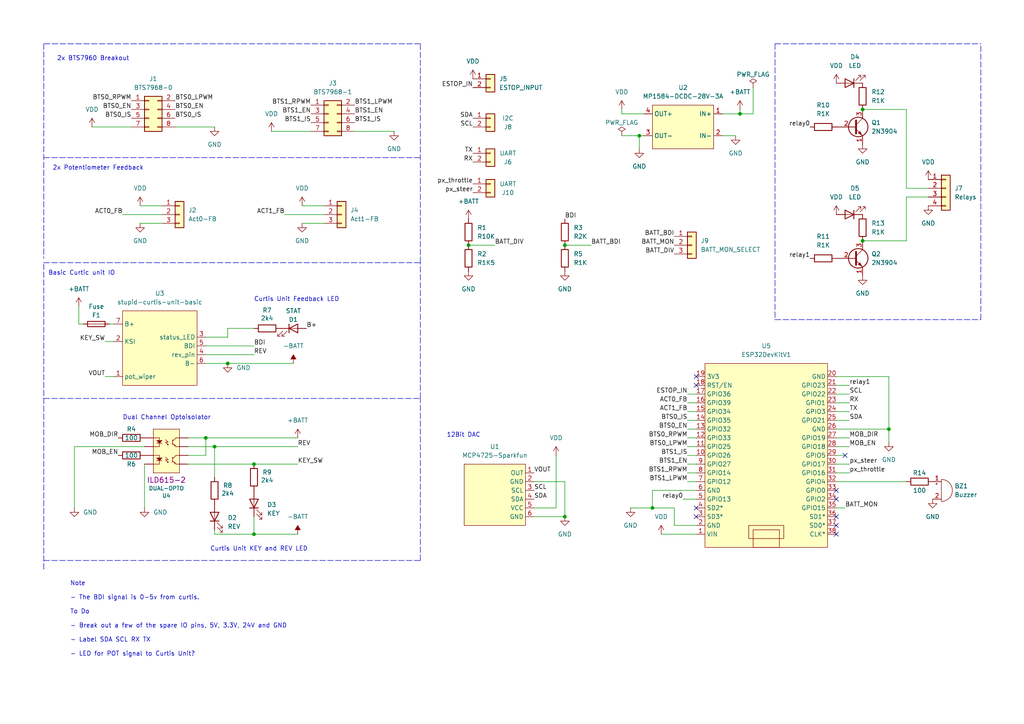
<source format=kicad_sch>
(kicad_sch (version 20211123) (generator eeschema)
  (paper "A4")
  (title_block (title "stupid-mobility-adapter-v3 ") (date "2022-03-08") (rev "3"))
  (lib_symbols
    (symbol "Connector_Generic:Conn_01x02" (pin_names (offset 1.016) hide)
      (property "Reference" "J" (at 0 2.54 0))
      (property "Value" "Conn_01x02" (at 0 -5.08 0))
      (symbol "Conn_01x02_1_1"
        (rectangle (start -1.27 -2.413) (end 0 -2.667) (stroke (width 0.1524)))
        (rectangle (start -1.27 0.127) (end 0 -0.127) (stroke (width 0.1524)))
        (rectangle (start -1.27 1.27) (end 1.27 -3.81) (stroke (width 0.254)) (fill (type background)))
        (pin passive line (at -5.08 0 0) (length 3.81) (name "Pin_1") (number "1"))
        (pin passive line (at -5.08 -2.54 0) (length 3.81) (name "Pin_2") (number "2"))
      )
    )
    (symbol "Connector_Generic:Conn_01x03" (pin_names (offset 1.016) hide)
      (property "Reference" "J" (at 0 5.08 0))
      (property "Value" "Conn_01x03" (at 0 -5.08 0))
      (symbol "Conn_01x03_1_1"
        (rectangle (start -1.27 -2.413) (end 0 -2.667) (stroke (width 0.1524)))
        (rectangle (start -1.27 0.127) (end 0 -0.127) (stroke (width 0.1524)))
        (rectangle (start -1.27 2.667) (end 0 2.413) (stroke (width 0.1524)))
        (rectangle (start -1.27 3.81) (end 1.27 -3.81) (stroke (width 0.254)) (fill (type background)))
        (pin passive line (at -5.08 2.54 0) (length 3.81) (name "Pin_1") (number "1"))
        (pin passive line (at -5.08 0 0) (length 3.81) (name "Pin_2") (number "2"))
        (pin passive line (at -5.08 -2.54 0) (length 3.81) (name "Pin_3") (number "3"))
      )
    )
    (symbol "Connector_Generic:Conn_01x04" (pin_names (offset 1.016) hide)
      (property "Reference" "J" (at 0 5.08 0))
      (property "Value" "Conn_01x04" (at 0 -7.62 0))
      (symbol "Conn_01x04_1_1"
        (rectangle (start -1.27 -4.953) (end 0 -5.207) (stroke (width 0.1524)))
        (rectangle (start -1.27 -2.413) (end 0 -2.667) (stroke (width 0.1524)))
        (rectangle (start -1.27 0.127) (end 0 -0.127) (stroke (width 0.1524)))
        (rectangle (start -1.27 2.667) (end 0 2.413) (stroke (width 0.1524)))
        (rectangle (start -1.27 3.81) (end 1.27 -6.35) (stroke (width 0.254)) (fill (type background)))
        (pin passive line (at -5.08 2.54 0) (length 3.81) (name "Pin_1") (number "1"))
        (pin passive line (at -5.08 0 0) (length 3.81) (name "Pin_2") (number "2"))
        (pin passive line (at -5.08 -2.54 0) (length 3.81) (name "Pin_3") (number "3"))
        (pin passive line (at -5.08 -5.08 0) (length 3.81) (name "Pin_4") (number "4"))
      )
    )
    (symbol "Connector_Generic:Conn_02x04_Odd_Even" (pin_names (offset 1.016) hide)
      (property "Reference" "J" (at 1.27 5.08 0))
      (property "Value" "Conn_02x04_Odd_Even" (at 1.27 -7.62 0))
      (symbol "Conn_02x04_Odd_Even_1_1"
        (rectangle (start -1.27 -4.953) (end 0 -5.207) (stroke (width 0.1524)))
        (rectangle (start -1.27 -2.413) (end 0 -2.667) (stroke (width 0.1524)))
        (rectangle (start -1.27 0.127) (end 0 -0.127) (stroke (width 0.1524)))
        (rectangle (start -1.27 2.667) (end 0 2.413) (stroke (width 0.1524)))
        (rectangle (start -1.27 3.81) (end 3.81 -6.35) (stroke (width 0.254)) (fill (type background)))
        (rectangle (start 3.81 -4.953) (end 2.54 -5.207) (stroke (width 0.1524)))
        (rectangle (start 3.81 -2.413) (end 2.54 -2.667) (stroke (width 0.1524)))
        (rectangle (start 3.81 0.127) (end 2.54 -0.127) (stroke (width 0.1524)))
        (rectangle (start 3.81 2.667) (end 2.54 2.413) (stroke (width 0.1524)))
        (pin passive line (at -5.08 2.54 0) (length 3.81) (name "Pin_1") (number "1"))
        (pin passive line (at 7.62 2.54 180) (length 3.81) (name "Pin_2") (number "2"))
        (pin passive line (at -5.08 0 0) (length 3.81) (name "Pin_3") (number "3"))
        (pin passive line (at 7.62 0 180) (length 3.81) (name "Pin_4") (number "4"))
        (pin passive line (at -5.08 -2.54 0) (length 3.81) (name "Pin_5") (number "5"))
        (pin passive line (at 7.62 -2.54 180) (length 3.81) (name "Pin_6") (number "6"))
        (pin passive line (at -5.08 -5.08 0) (length 3.81) (name "Pin_7") (number "7"))
        (pin passive line (at 7.62 -5.08 180) (length 3.81) (name "Pin_8") (number "8"))
      )
    )
    (symbol "Device:Buzzer" (pin_names (offset 0.0254) hide)
      (property "Reference" "BZ" (at 3.81 1.27 0))
      (property "Value" "Buzzer" (at 3.81 -1.27 0))
      (symbol "Buzzer_0_1"
        (arc (start 0 -3.175) (mid 3.175 0) (end 0 3.175))
        (polyline (pts (xy -1.651 1.905) (xy -1.143 1.905)))
        (polyline (pts (xy -1.397 2.159) (xy -1.397 1.651)))
        (polyline (pts (xy 0 3.175) (xy 0 -3.175)))
      )
      (symbol "Buzzer_1_1"
        (pin passive line (at -2.54 2.54 0) (length 2.54) (name "-") (number "1"))
        (pin passive line (at -2.54 -2.54 0) (length 2.54) (name "+") (number "2"))
      )
    )
    (symbol "Device:Fuse" (pin_numbers hide) (pin_names (offset 0))
      (property "Reference" "F" (at 2.032 0 90))
      (property "Value" "Fuse" (at -1.905 0 90))
      (symbol "Fuse_0_1"
        (rectangle (start -0.762 -2.54) (end 0.762 2.54) (stroke (width 0.254)))
        (polyline (pts (xy 0 2.54) (xy 0 -2.54)))
      )
      (symbol "Fuse_1_1"
        (pin passive line (at 0 3.81 270) (length 1.27) (name "~") (number "1"))
        (pin passive line (at 0 -3.81 90) (length 1.27) (name "~") (number "2"))
      )
    )
    (symbol "Device:LED" (pin_numbers hide) (pin_names (offset 1.016) hide)
      (property "Reference" "D" (at 0 2.54 0))
      (property "Value" "LED" (at 0 -2.54 0))
      (symbol "LED_0_1"
        (polyline (pts (xy -1.27 -1.27) (xy -1.27 1.27)) (stroke (width 0.254)))
        (polyline (pts (xy -1.27 0) (xy 1.27 0)))
        (polyline (pts (xy 1.27 -1.27) (xy 1.27 1.27) (xy -1.27 0) (xy 1.27 -1.27)) (stroke (width 0.254)))
        (polyline (pts (xy -3.048 -0.762) (xy -4.572 -2.286) (xy -3.81 -2.286) (xy -4.572 -2.286) (xy -4.572 -1.524)))
        (polyline (pts (xy -1.778 -0.762) (xy -3.302 -2.286) (xy -2.54 -2.286) (xy -3.302 -2.286) (xy -3.302 -1.524)))
      )
      (symbol "LED_1_1"
        (pin passive line (at -3.81 0 0) (length 2.54) (name "K") (number "1"))
        (pin passive line (at 3.81 0 180) (length 2.54) (name "A") (number "2"))
      )
    )
    (symbol "Device:R" (pin_numbers hide) (pin_names (offset 0))
      (property "Reference" "R" (at 2.032 0 90))
      (property "Value" "R" (at 0 0 90))
      (symbol "R_0_1"
        (rectangle (start -1.016 -2.54) (end 1.016 2.54) (stroke (width 0.254)))
      )
      (symbol "R_1_1"
        (pin passive line (at 0 3.81 270) (length 1.27) (name "~") (number "1"))
        (pin passive line (at 0 -3.81 90) (length 1.27) (name "~") (number "2"))
      )
    )
    (symbol "SparkFun-DiscreteSemi:DUAL-OPTOISOLATOR_SOIC8" (pin_numbers hide) (pin_names (offset 1.016) hide)
      (property "Reference" "U" (at -5.08 8.89 0))
      (property "Value" "SparkFun-DiscreteSemi_DUAL-OPTOISOLATOR_SOIC8" (at -5.08 -7.62 0))
      (property "Field4" "IC-09076" (at 0 12.7 0))
      (symbol "DUAL-OPTOISOLATOR_SOIC8_1_0"
        (polyline (pts (xy -5.08 0) (xy -3.302 0)))
        (polyline (pts (xy -5.08 5.08) (xy -3.302 5.08)))
        (polyline (pts (xy -3.302 -2.54) (xy -5.08 -2.54)))
        (polyline (pts (xy -3.302 -1.524) (xy -4.064 -1.524)))
        (polyline (pts (xy -3.302 -1.524) (xy -3.302 -2.54)))
        (polyline (pts (xy -3.302 0) (xy -3.302 -0.762)))
        (polyline (pts (xy -3.302 2.54) (xy -5.08 2.54)))
        (polyline (pts (xy -3.302 3.556) (xy -4.064 3.556)))
        (polyline (pts (xy -3.302 3.556) (xy -3.302 2.54)))
        (polyline (pts (xy -3.302 5.08) (xy -3.302 4.318)))
        (polyline (pts (xy -2.54 -1.524) (xy -3.302 -1.524)))
        (polyline (pts (xy -2.54 3.556) (xy -3.302 3.556)))
        (polyline (pts (xy -1.524 -1.27) (xy -0.762 -2.032)))
        (polyline (pts (xy -1.524 -0.508) (xy -0.762 -1.27)))
        (polyline (pts (xy -1.524 3.81) (xy -0.762 3.048)))
        (polyline (pts (xy -1.524 4.572) (xy -0.762 3.81)))
        (polyline (pts (xy -0.762 -1.27) (xy -1.524 -1.27)))
        (polyline (pts (xy -0.762 3.81) (xy -1.524 3.81)))
        (polyline (pts (xy 0.508 -1.778) (xy 0.508 -2.032)))
        (polyline (pts (xy 0.508 -1.778) (xy 0.762 -1.778)))
        (polyline (pts (xy 0.508 -0.762) (xy 0.508 -1.778)))
        (polyline (pts (xy 0.508 -0.762) (xy 0.762 -0.762)))
        (polyline (pts (xy 0.508 -0.508) (xy 0.508 -0.762)))
        (polyline (pts (xy 0.508 3.302) (xy 0.508 3.048)))
        (polyline (pts (xy 0.508 3.302) (xy 0.762 3.302)))
        (polyline (pts (xy 0.508 4.318) (xy 0.508 3.302)))
        (polyline (pts (xy 0.508 4.318) (xy 0.762 4.318)))
        (polyline (pts (xy 0.508 4.572) (xy 0.508 4.318)))
        (polyline (pts (xy 0.762 -1.778) (xy 1.27 -2.286)))
        (polyline (pts (xy 0.762 -0.762) (xy 1.524 0)))
        (polyline (pts (xy 0.762 3.302) (xy 1.27 2.794)))
        (polyline (pts (xy 0.762 4.318) (xy 1.524 5.08)))
        (polyline (pts (xy 1.27 -2.286) (xy 1.524 -2.54)))
        (polyline (pts (xy 1.27 2.794) (xy 1.524 2.54)))
        (polyline (pts (xy 1.524 -2.54) (xy 2.54 -2.54)))
        (polyline (pts (xy 1.524 0) (xy 2.54 0)))
        (polyline (pts (xy 1.524 2.54) (xy 2.54 2.54)))
        (polyline (pts (xy 1.524 5.08) (xy 2.54 5.08)))
      )
      (symbol "DUAL-OPTOISOLATOR_SOIC8_1_1"
        (polyline (pts (xy -0.762 -2.032) (xy -0.762 -1.778) (xy -1.016 -2.032) (xy -0.762 -2.032)) (fill (type background)))
        (polyline (pts (xy -0.762 3.048) (xy -0.762 3.302) (xy -1.016 3.048) (xy -0.762 3.048)) (fill (type background)))
        (polyline (pts (xy 1.27 -2.286) (xy 1.27 -2.032) (xy 1.016 -2.286) (xy 1.27 -2.286)) (fill (type background)))
        (polyline (pts (xy 1.27 2.794) (xy 1.27 3.048) (xy 1.016 2.794) (xy 1.27 2.794)) (fill (type background)))
        (polyline (pts (xy -4.064 -0.762) (xy -2.54 -0.762) (xy -2.54 -0.762) (xy -3.302 -1.524) (xy -3.302 -1.524) (xy -4.064 -0.762)) (fill (type outline)))
        (polyline (pts (xy -4.064 4.318) (xy -2.54 4.318) (xy -2.54 4.318) (xy -3.302 3.556) (xy -3.302 3.556) (xy -4.064 4.318)) (fill (type outline)))
        (polyline (pts (xy -5.08 7.62) (xy 2.54 7.62) (xy 2.54 5.08) (xy 2.54 2.54) (xy 2.54 0) (xy 2.54 -2.54) (xy 2.54 -5.08) (xy -5.08 -5.08) (xy -5.08 -2.54) (xy -5.08 0) (xy -5.08 2.54) (xy -5.08 5.08) (xy -5.08 7.62)) (fill (type background)))
        (pin bidirectional line (at -7.62 5.08 0) (length 2.54) (name "A1") (number "1"))
        (pin bidirectional line (at -7.62 2.54 0) (length 2.54) (name "C1") (number "2"))
        (pin bidirectional line (at -7.62 0 0) (length 2.54) (name "A2") (number "3"))
        (pin bidirectional line (at -7.62 -2.54 0) (length 2.54) (name "C2") (number "4"))
        (pin bidirectional line (at 5.08 -2.54 180) (length 2.54) (name "EM2") (number "5"))
        (pin bidirectional line (at 5.08 0 180) (length 2.54) (name "CL2") (number "6"))
        (pin bidirectional line (at 5.08 2.54 180) (length 2.54) (name "EM1") (number "7"))
        (pin bidirectional line (at 5.08 5.08 180) (length 2.54) (name "CL1") (number "8"))
      )
    )
    (symbol "Transistor_BJT:2N3904" (pin_names (offset 0) hide)
      (property "Reference" "Q" (at 5.08 1.905 0))
      (property "Value" "2N3904" (at 5.08 0 0))
      (symbol "2N3904_0_1"
        (polyline (pts (xy 0.635 0.635) (xy 2.54 2.54)))
        (polyline (pts (xy 0.635 -0.635) (xy 2.54 -2.54) (xy 2.54 -2.54)))
        (polyline (pts (xy 0.635 1.905) (xy 0.635 -1.905) (xy 0.635 -1.905)) (stroke (width 0.508)))
        (polyline (pts (xy 1.27 -1.778) (xy 1.778 -1.27) (xy 2.286 -2.286) (xy 1.27 -1.778) (xy 1.27 -1.778)) (fill (type outline)))
        (circle (center 1.27 0) (radius 2.8194) (stroke (width 0.254)))
      )
      (symbol "2N3904_1_1"
        (pin passive line (at 2.54 -5.08 90) (length 2.54) (name "E") (number "1"))
        (pin passive line (at -5.08 0 0) (length 5.715) (name "B") (number "2"))
        (pin passive line (at 2.54 5.08 270) (length 2.54) (name "C") (number "3"))
      )
    )
    (symbol "power:+BATT" (power) (pin_names (offset 0))
      (property "Value" "+BATT" (at 0 3.556 0))
      (symbol "+BATT_0_1"
        (polyline (pts (xy -0.762 1.27) (xy 0 2.54)))
        (polyline (pts (xy 0 0) (xy 0 2.54)))
        (polyline (pts (xy 0 2.54) (xy 0.762 1.27)))
      )
      (symbol "+BATT_1_1"
        (pin power_in line (at 0 0 90) (length 0) hide (name "+BATT") (number "1"))
      )
    )
    (symbol "power:-BATT" (power) (pin_names (offset 0))
      (property "Value" "-BATT" (at 0 3.556 0))
      (symbol "-BATT_0_1"
        (polyline (pts (xy 0 0) (xy 0 2.54)))
        (polyline (pts (xy 0.762 1.27) (xy -0.762 1.27) (xy 0 2.54) (xy 0.762 1.27)) (fill (type outline)))
      )
      (symbol "-BATT_1_1"
        (pin power_in line (at 0 0 90) (length 0) hide (name "-BATT") (number "1"))
      )
    )
    (symbol "power:GND" (power) (pin_names (offset 0))
      (property "Value" "GND" (at 0 -3.81 0))
      (symbol "GND_0_1"
        (polyline (pts (xy 0 0) (xy 0 -1.27) (xy 1.27 -1.27) (xy 0 -2.54) (xy -1.27 -1.27) (xy 0 -1.27)))
      )
      (symbol "GND_1_1"
        (pin power_in line (at 0 0 270) (length 0) hide (name "GND") (number "1"))
      )
    )
    (symbol "power:PWR_FLAG" (power) (pin_numbers hide) (pin_names (offset 0) hide)
      (property "Value" "PWR_FLAG" (at 0 3.81 0))
      (symbol "PWR_FLAG_0_0"
        (pin power_out line (at 0 0 90) (length 0) (name "pwr") (number "1"))
      )
      (symbol "PWR_FLAG_0_1"
        (polyline (pts (xy 0 0) (xy 0 1.27) (xy -1.016 1.905) (xy 0 2.54) (xy 1.016 1.905) (xy 0 1.27)))
      )
    )
    (symbol "power:VDD" (power) (pin_names (offset 0))
      (property "Value" "VDD" (at 0 3.81 0))
      (symbol "VDD_0_1"
        (polyline (pts (xy -0.762 1.27) (xy 0 2.54)))
        (polyline (pts (xy 0 0) (xy 0 2.54)))
        (polyline (pts (xy 0 2.54) (xy 0.762 1.27)))
      )
      (symbol "VDD_1_1"
        (pin power_in line (at 0 0 90) (length 0) hide (name "VDD") (number "1"))
      )
    )
    (symbol "stupid-electronics-components-library:ESP32DevKitV1"
      (property "Reference" "U" (at 0 1.27 0))
      (property "Value" "ESP32DevKitV1" (at 0 5.08 0))
      (symbol "ESP32DevKitV1_0_0"
        (rectangle (start -17.78 26.67) (end 17.78 -26.67) (fill (type background)))
        (rectangle (start -5.08 -20.32) (end 5.08 -24.13))
        (rectangle (start -3.81 -21.59) (end 3.81 -26.67))
      )
      (symbol "ESP32DevKitV1_1_1"
        (pin power_in line (at -20.32 -22.86 0) (length 2.54) (name "VIN") (number "1"))
        (pin bidirectional line (at -20.32 0 0) (length 2.54) (name "GPIO26") (number "10"))
        (pin bidirectional line (at -20.32 2.54 0) (length 2.54) (name "GPIO25") (number "11"))
        (pin bidirectional line (at -20.32 5.08 0) (length 2.54) (name "GPIO33") (number "12"))
        (pin bidirectional line (at -20.32 7.62 0) (length 2.54) (name "GPIO32") (number "13"))
        (pin bidirectional line (at -20.32 10.16 0) (length 2.54) (name "GPIO35") (number "14"))
        (pin bidirectional line (at -20.32 12.7 0) (length 2.54) (name "GPIO34") (number "15"))
        (pin bidirectional line (at -20.32 15.24 0) (length 2.54) (name "GPIO39") (number "16"))
        (pin bidirectional line (at -20.32 17.78 0) (length 2.54) (name "GPIO36") (number "17"))
        (pin bidirectional line (at -20.32 20.32 0) (length 2.54) (name "RST/EN") (number "18"))
        (pin power_in line (at -20.32 22.86 0) (length 2.54) (name "3V3") (number "19"))
        (pin power_in line (at -20.32 -20.32 0) (length 2.54) (name "GND") (number "2"))
        (pin power_in line (at 20.32 22.86 180) (length 2.54) (name "GND") (number "20"))
        (pin bidirectional line (at 20.32 20.32 180) (length 2.54) (name "GPIO23") (number "21"))
        (pin bidirectional line (at 20.32 17.78 180) (length 2.54) (name "GPIO22") (number "22"))
        (pin bidirectional line (at 20.32 15.24 180) (length 2.54) (name "GPIO1") (number "23"))
        (pin bidirectional line (at 20.32 12.7 180) (length 2.54) (name "GPIO3") (number "24"))
        (pin bidirectional line (at 20.32 10.16 180) (length 2.54) (name "GPIO21") (number "25"))
        (pin power_in line (at 20.32 7.62 180) (length 2.54) (name "GND") (number "26"))
        (pin bidirectional line (at 20.32 5.08 180) (length 2.54) (name "GPIO19") (number "27"))
        (pin bidirectional line (at 20.32 2.54 180) (length 2.54) (name "GPIO18") (number "28"))
        (pin bidirectional line (at 20.32 0 180) (length 2.54) (name "GPIO5") (number "29"))
        (pin output line (at -20.32 -17.78 0) (length 2.54) (name "SD3*") (number "3"))
        (pin bidirectional line (at 20.32 -2.54 180) (length 2.54) (name "GPIO17") (number "30"))
        (pin bidirectional line (at 20.32 -5.08 180) (length 2.54) (name "GPIO16") (number "31"))
        (pin bidirectional line (at 20.32 -7.62 180) (length 2.54) (name "GPIO4") (number "32"))
        (pin bidirectional line (at 20.32 -10.16 180) (length 2.54) (name "GPIO0") (number "33"))
        (pin bidirectional line (at 20.32 -12.7 180) (length 2.54) (name "GPIO2") (number "34"))
        (pin bidirectional line (at 20.32 -15.24 180) (length 2.54) (name "GPIO15") (number "35"))
        (pin output line (at 20.32 -17.78 180) (length 2.54) (name "SD1*") (number "36"))
        (pin output line (at 20.32 -20.32 180) (length 2.54) (name "SD0*") (number "37"))
        (pin output line (at 20.32 -22.86 180) (length 2.54) (name "CLK*") (number "38"))
        (pin output line (at -20.32 -15.24 0) (length 2.54) (name "SD2*") (number "4"))
        (pin bidirectional line (at -20.32 -12.7 0) (length 2.54) (name "GPIO13") (number "5"))
        (pin power_in line (at -20.32 -10.16 0) (length 2.54) (name "GND") (number "6"))
        (pin bidirectional line (at -20.32 -7.62 0) (length 2.54) (name "GPIO12") (number "7"))
        (pin bidirectional line (at -20.32 -5.08 0) (length 2.54) (name "GPIO14") (number "8"))
        (pin bidirectional line (at -20.32 -2.54 0) (length 2.54) (name "GPIO27") (number "9"))
      )
    )
    (symbol "stupid-electronics-components-library:MCP4725-Sparkfun"
      (property "Reference" "U" (at -10.16 5.08 0))
      (property "Value" "MCP4725-Sparkfun" (at -10.16 2.54 0))
      (symbol "MCP4725-Sparkfun_0_1"
        (rectangle (start -2.54 0) (end -20.32 -17.78) (fill (type background)))
      )
      (symbol "MCP4725-Sparkfun_1_1"
        (pin output line (at 0 -2.54 180) (length 2.54) (name "OUT") (number "1"))
        (pin power_in line (at 0 -5.08 180) (length 2.54) (name "GND") (number "2"))
        (pin input line (at 0 -7.62 180) (length 2.54) (name "SCL") (number "3"))
        (pin input line (at 0 -10.16 180) (length 2.54) (name "SDA") (number "4"))
        (pin power_in line (at 0 -12.7 180) (length 2.54) (name "VCC") (number "5"))
        (pin power_in line (at 0 -15.24 180) (length 2.54) (name "GND") (number "6"))
      )
    )
    (symbol "stupid-electronics-components-library:MP1584-DCDC-28V-3A"
      (property "Reference" "U" (at 0 7.62 0))
      (property "Value" "MP1584-DCDC-28V-3A" (at 0 -8.89 0))
      (symbol "MP1584-DCDC-28V-3A_0_1"
        (rectangle (start -8.89 6.35) (end 8.89 -6.35) (fill (type background)))
      )
      (symbol "MP1584-DCDC-28V-3A_1_1"
        (pin power_in line (at -11.43 -3.81 0) (length 2.54) (name "IN+") (number "1"))
        (pin power_in line (at -11.43 2.54 0) (length 2.54) (name "IN-") (number "2"))
        (pin power_in line (at 11.43 2.54 180) (length 2.54) (name "OUT-") (number "3"))
        (pin power_out line (at 11.43 -3.81 180) (length 2.54) (name "OUT+") (number "4"))
      )
    )
    (symbol "stupid-electronics-components-library:stupid-curtis-unit-basic"
      (property "Reference" "U" (at -13.97 15.24 0))
      (property "Value" "stupid-curtis-unit-basic" (at 0 13.97 0))
      (symbol "stupid-curtis-unit-basic_0_1"
        (rectangle (start -10.16 12.7) (end 11.43 -8.89) (fill (type background)))
      )
      (symbol "stupid-curtis-unit-basic_1_1"
        (pin input line (at -12.7 -6.35 0) (length 2.54) (name "pot_wiper") (number "1"))
        (pin input line (at -12.7 3.81 0) (length 2.54) (name "KSI") (number "2"))
        (pin open_collector line (at 13.97 5.08 180) (length 2.54) (name "status_LED") (number "3"))
        (pin input line (at 13.97 0 180) (length 2.54) (name "rev_pin") (number "4"))
        (pin output line (at 13.97 2.54 180) (length 2.54) (name "BDI") (number "5"))
        (pin power_in line (at 13.97 -2.54 180) (length 2.54) (name "B-") (number "6"))
        (pin power_out line (at -12.7 8.89 0) (length 2.54) (name "B+") (number "7"))
      )
    )
  )
  (junction (at 66.04 105.41))
  (junction (at 163.83 71.12))
  (junction (at 214.63 33.02))
  (junction (at 73.66 134.62))
  (junction (at 185.42 39.37))
  (junction (at 250.19 69.85))
  (junction (at 135.89 71.12))
  (junction (at 59.69 127))
  (junction (at 62.23 129.54))
  (junction (at 250.19 31.75))
  (junction (at 189.23 147.32))
  (junction (at 163.83 149.86))
  (junction (at 73.66 154.94))
  (junction (at 257.81 124.46))
  (no_connect (at 201.93 109.22))
  (no_connect (at 201.93 111.76))
  (no_connect (at 242.57 149.86))
  (no_connect (at 242.57 144.78))
  (no_connect (at 242.57 142.24))
  (no_connect (at 242.57 154.94))
  (no_connect (at 242.57 152.4))
  (no_connect (at 201.93 149.86))
  (no_connect (at 245.11 132.08))
  (no_connect (at 201.93 147.32))
  (wire (pts (xy 54.61 134.62) (xy 73.66 134.62)))
  (wire (pts (xy 87.63 64.77) (xy 93.98 64.77)))
  (wire (pts (xy 262.89 31.75) (xy 250.19 31.75)))
  (wire (pts (xy 209.55 39.37) (xy 213.36 39.37)))
  (wire (pts (xy 62.23 129.54) (xy 62.23 138.43)))
  (wire (pts (xy 199.39 114.3) (xy 201.93 114.3)))
  (wire (pts (xy 163.83 71.12) (xy 171.45 71.12)))
  (wire (pts (xy 199.39 129.54) (xy 201.93 129.54)))
  (wire (pts (xy 262.89 54.61) (xy 269.24 54.61)))
  (wire (pts (xy 201.93 121.92) (xy 199.39 121.92)))
  (wire (pts (xy 66.04 95.25) (xy 73.66 95.25)))
  (wire (pts (xy 198.12 144.78) (xy 201.93 144.78)))
  (wire (pts (xy 242.57 124.46) (xy 257.81 124.46)))
  (wire (pts (xy 21.59 129.54) (xy 21.59 147.32)))
  (wire (pts (xy 180.34 31.75) (xy 180.34 33.02)))
  (wire (pts (xy 199.39 139.7) (xy 201.93 139.7)))
  (wire (pts (xy 163.83 139.7) (xy 163.83 149.86)))
  (wire (pts (xy 33.02 93.98) (xy 31.75 93.98)))
  (wire (pts (xy 59.69 127) (xy 54.61 127)))
  (wire (pts (xy 214.63 33.02) (xy 214.63 31.75)))
  (polyline (pts (xy 12.7 45.72) (xy 121.92 45.72)))
  (wire (pts (xy 199.39 119.38) (xy 201.93 119.38)))
  (wire (pts (xy 87.63 59.69) (xy 93.98 59.69)))
  (wire (pts (xy 62.23 129.54) (xy 86.36 129.54)))
  (wire (pts (xy 185.42 39.37) (xy 185.42 43.18)))
  (wire (pts (xy 154.94 147.32) (xy 161.29 147.32)))
  (wire (pts (xy 195.58 147.32) (xy 189.23 147.32)))
  (wire (pts (xy 185.42 39.37) (xy 186.69 39.37)))
  (polyline (pts (xy 12.7 76.2) (xy 13.97 76.2)))
  (wire (pts (xy 182.88 147.32) (xy 189.23 147.32)))
  (wire (pts (xy 218.44 25.4) (xy 218.44 33.02)))
  (polyline (pts (xy 12.7 162.56) (xy 121.92 162.56)))
  (wire (pts (xy 199.39 124.46) (xy 201.93 124.46)))
  (wire (pts (xy 199.39 134.62) (xy 201.93 134.62)))
  (wire (pts (xy 195.58 152.4) (xy 201.93 152.4)))
  (wire (pts (xy 26.67 36.83) (xy 38.1 36.83)))
  (wire (pts (xy 180.34 39.37) (xy 185.42 39.37)))
  (wire (pts (xy 41.91 129.54) (xy 21.59 129.54)))
  (wire (pts (xy 262.89 57.15) (xy 269.24 57.15)))
  (wire (pts (xy 242.57 147.32) (xy 245.11 147.32)))
  (wire (pts (xy 180.34 33.02) (xy 186.69 33.02)))
  (wire (pts (xy 191.77 154.94) (xy 201.93 154.94)))
  (wire (pts (xy 40.64 59.69) (xy 46.99 59.69)))
  (wire (pts (xy 154.94 139.7) (xy 163.83 139.7)))
  (wire (pts (xy 242.57 114.3) (xy 246.38 114.3)))
  (wire (pts (xy 262.89 139.7) (xy 242.57 139.7)))
  (wire (pts (xy 50.8 36.83) (xy 62.23 36.83)))
  (wire (pts (xy 242.57 137.16) (xy 246.38 137.16)))
  (wire (pts (xy 73.66 134.62) (xy 86.36 134.62)))
  (wire (pts (xy 59.69 127) (xy 86.36 127)))
  (wire (pts (xy 199.39 116.84) (xy 201.93 116.84)))
  (wire (pts (xy 199.39 127) (xy 201.93 127)))
  (polyline (pts (xy 12.7 115.57) (xy 78.74 115.57)))
  (wire (pts (xy 62.23 154.94) (xy 73.66 154.94)))
  (polyline (pts (xy 224.79 92.71) (xy 284.48 92.71)))
  (wire (pts (xy 250.19 69.85) (xy 262.89 69.85)))
  (wire (pts (xy 78.74 38.1) (xy 90.17 38.1)))
  (polyline (pts (xy 78.74 115.57) (xy 121.92 115.57)))
  (wire (pts (xy 35.56 62.23) (xy 46.99 62.23)))
  (wire (pts (xy 161.29 132.08) (xy 161.29 147.32)))
  (wire (pts (xy 257.81 124.46) (xy 257.81 128.27)))
  (wire (pts (xy 262.89 69.85) (xy 262.89 57.15)))
  (wire (pts (xy 59.69 102.87) (xy 73.66 102.87)))
  (wire (pts (xy 242.57 127) (xy 246.38 127)))
  (wire (pts (xy 22.86 88.9) (xy 22.86 93.98)))
  (wire (pts (xy 201.93 137.16) (xy 199.39 137.16)))
  (wire (pts (xy 245.11 132.08) (xy 242.57 132.08)))
  (wire (pts (xy 257.81 109.22) (xy 257.81 124.46)))
  (wire (pts (xy 214.63 33.02) (xy 218.44 33.02)))
  (polyline (pts (xy 12.7 76.2) (xy 121.92 76.2)))
  (wire (pts (xy 189.23 142.24) (xy 189.23 147.32)))
  (wire (pts (xy 242.57 119.38) (xy 246.38 119.38)))
  (wire (pts (xy 242.57 129.54) (xy 246.38 129.54)))
  (polyline (pts (xy 12.7 12.7) (xy 12.7 74.93)))
  (polyline (pts (xy 121.92 12.7) (xy 12.7 12.7)))
  (wire (pts (xy 242.57 111.76) (xy 246.38 111.76)))
  (wire (pts (xy 195.58 152.4) (xy 195.58 147.32)))
  (wire (pts (xy 242.57 121.92) (xy 246.38 121.92)))
  (wire (pts (xy 30.48 109.22) (xy 33.02 109.22)))
  (polyline (pts (xy 121.92 76.2) (xy 121.92 12.7)))
  (wire (pts (xy 22.86 93.98) (xy 24.13 93.98)))
  (wire (pts (xy 66.04 97.79) (xy 66.04 95.25)))
  (polyline (pts (xy 121.92 162.56) (xy 121.92 115.57)))
  (wire (pts (xy 59.69 132.08) (xy 59.69 127)))
  (polyline (pts (xy 121.92 115.57) (xy 121.92 76.2)))
  (wire (pts (xy 40.64 64.77) (xy 46.99 64.77)))
  (polyline (pts (xy 224.79 12.7) (xy 284.48 12.7)))
  (wire (pts (xy 59.69 97.79) (xy 66.04 97.79)))
  (wire (pts (xy 54.61 132.08) (xy 59.69 132.08)))
  (wire (pts (xy 54.61 129.54) (xy 62.23 129.54)))
  (wire (pts (xy 242.57 109.22) (xy 257.81 109.22)))
  (wire (pts (xy 242.57 134.62) (xy 246.38 134.62)))
  (wire (pts (xy 242.57 116.84) (xy 246.38 116.84)))
  (wire (pts (xy 66.04 105.41) (xy 85.09 105.41)))
  (wire (pts (xy 209.55 33.02) (xy 214.63 33.02)))
  (wire (pts (xy 102.87 38.1) (xy 114.3 38.1)))
  (wire (pts (xy 59.69 105.41) (xy 66.04 105.41)))
  (wire (pts (xy 82.55 62.23) (xy 93.98 62.23)))
  (wire (pts (xy 41.91 134.62) (xy 41.91 147.32)))
  (wire (pts (xy 262.89 31.75) (xy 262.89 54.61)))
  (wire (pts (xy 30.48 99.06) (xy 33.02 99.06)))
  (wire (pts (xy 201.93 132.08) (xy 199.39 132.08)))
  (wire (pts (xy 73.66 100.33) (xy 59.69 100.33)))
  (polyline (pts (xy 284.48 92.71) (xy 284.48 12.7)))
  (wire (pts (xy 135.89 71.12) (xy 143.51 71.12)))
  (wire (pts (xy 73.66 149.86) (xy 73.66 154.94)))
  (polyline (pts (xy 224.79 12.7) (xy 224.79 92.71)))
  (wire (pts (xy 73.66 154.94) (xy 86.36 154.94)))
  (wire (pts (xy 62.23 153.67) (xy 62.23 154.94)))
  (wire (pts (xy 154.94 149.86) (xy 163.83 149.86)))
  (wire (pts (xy 189.23 142.24) (xy 201.93 142.24)))
  (polyline (pts (xy 12.7 165.1) (xy 12.7 76.2)))
  (text "2x BTS7960 Breakout" (at 16.51 17.78 0) (effects (font (size 1.27 1.27)) (justify left bottom)))
  (text "Basic Curtic unit IO\n" (at 13.97 80.01 0) (effects (font (size 1.27 1.27)) (justify left bottom)))
  (text "Curtis Unit KEY and REV LED\n" (at 60.96 160.02 0) (effects (font (size 1.27 1.27)) (justify left bottom)))
  (text "Dual Channel Optoisolator" (at 35.56 121.92 0) (effects (font (size 1.27 1.27)) (justify left bottom)))
  (text "12Bit DAC" (at 129.54 127 0) (effects (font (size 1.27 1.27)) (justify left bottom)))
  (text "Curtis Unit Feedback LED\n" (at 73.66 87.63 0) (effects (font (size 1.27 1.27)) (justify left bottom)))
  (text "Note\n\n- The BDI signal is 0-5v from curtis. \n\nTo Do\n\n- Break out a few of the spare IO pins, 5V, 3.3V, 24V and GND\n\n- Label SDA SCL RX TX\n\n- LED for POT signal to Curtis Unit?\n" (at 20.32 190.5 0) (effects (font (size 1.27 1.27)) (justify left bottom)))
  (text "2x Potentiometer Feedback\n" (at 15.24 49.53 0) (effects (font (size 1.27 1.27)) (justify left bottom)))
  (label "BTS1_LPWM" (at 199.39 139.7 180))
  (label "BTS1_RPWM" (at 90.17 30.48 180))
  (label "ACT1_FB" (at 82.55 62.23 180))
  (label "BATT_MON" (at 245.11 147.32 0))
  (label "BATT_DIV" (at 195.58 73.66 180))
  (label "SDA" (at 246.38 121.92 0))
  (label "BTS0_LPWM" (at 50.8 29.21 0))
  (label "ESTOP_IN" (at 137.16 25.4 180))
  (label "RX" (at 137.16 46.99 180))
  (label "SDA" (at 137.16 34.29 180) (effects (font (size 1.2446 1.2446))))
  (label "TX" (at 137.16 44.45 180))
  (label "SCL" (at 154.94 142.24 0) (effects (font (size 1.2446 1.2446))))
  (label "BATT_BDI" (at 171.45 71.12 0))
  (label "MOB_DIR" (at 246.38 127 0))
  (label "BTS0_RPWM" (at 38.1 29.21 180))
  (label "RX" (at 246.38 116.84 0))
  (label "BTS0_IS" (at 38.1 34.29 180))
  (label "ESTOP_IN" (at 199.39 114.3 180))
  (label "BTS1_RPWM" (at 199.39 137.16 180))
  (label "relay1" (at 246.38 111.76 0))
  (label "MOB_DIR" (at 34.29 127 180))
  (label "BTS1_EN" (at 102.87 33.02 0))
  (label "px_throttle" (at 137.16 53.34 180))
  (label "SCL" (at 246.38 114.3 0))
  (label "BTS0_RPWM" (at 199.39 127 180))
  (label "BTS1_LPWM" (at 102.87 30.48 0))
  (label "BTS0_LPWM" (at 199.39 129.54 180))
  (label "MOB_EN" (at 246.38 129.54 0))
  (label "BATT_MON" (at 195.58 71.12 180))
  (label "relay0" (at 198.12 144.78 180))
  (label "relay0" (at 234.95 36.83 180))
  (label "TX" (at 246.38 119.38 0))
  (label "ACT0_FB" (at 35.56 62.23 180))
  (label "BTS0_EN" (at 199.39 124.46 180))
  (label "REV" (at 86.36 129.54 0))
  (label "BTS1_EN" (at 90.17 33.02 180))
  (label "px_steer" (at 137.16 55.88 180))
  (label "BTS0_EN" (at 50.8 31.75 0))
  (label "BDI" (at 73.66 100.33 0))
  (label "BDI" (at 163.83 63.5 0))
  (label "BATT_BDI" (at 195.58 68.58 180))
  (label "BTS1_IS" (at 102.87 35.56 0))
  (label "KEY_SW" (at 30.48 99.06 180))
  (label "SDA" (at 154.94 144.78 0) (effects (font (size 1.2446 1.2446))))
  (label "VOUT" (at 154.94 137.16 0) (effects (font (size 1.2446 1.2446))))
  (label "BTS0_IS" (at 199.39 121.92 180))
  (label "BTS0_EN" (at 38.1 31.75 180))
  (label "BTS0_IS" (at 50.8 34.29 0))
  (label "BTS1_EN" (at 199.39 134.62 180))
  (label "MOB_EN" (at 34.29 132.08 180))
  (label "ACT0_FB" (at 199.39 116.84 180))
  (label "REV" (at 73.66 102.87 0))
  (label "KEY_SW" (at 86.36 134.62 0))
  (label "B+" (at 88.9 95.25 0))
  (label "SCL" (at 137.16 36.83 180) (effects (font (size 1.2446 1.2446))))
  (label "relay1" (at 234.95 74.93 180))
  (label "BTS1_IS" (at 90.17 35.56 180))
  (label "BTS1_IS" (at 199.39 132.08 180))
  (label "VOUT" (at 30.48 109.22 180) (effects (font (size 1.2446 1.2446))))
  (label "px_steer" (at 246.38 134.62 0))
  (label "BATT_DIV" (at 143.51 71.12 0))
  (label "ACT1_FB" (at 199.39 119.38 180))
  (label "px_throttle" (at 246.38 137.16 0))
  (symbol (lib_id "Device:LED") (at 85.09 95.25 0) (unit 1)
    (property "Reference" "D1" (at 85.09 92.71 0))
    (property "Value" "STAT" (at 85.09 90.17 0))
    (property "Footprint" "LED_THT:LED_D5.0mm" (effects hide))
  )
  (symbol (lib_id "power:GND") (at 135.89 78.74 0) (unit 1)
    (property "Reference" "#PWR0102" (effects hide))
    (property "Value" "GND" (at 135.89 83.82 0))
  )
  (symbol (lib_id "power:VDD") (at 269.24 52.07 0) (unit 1)
    (property "Reference" "#PWR027" (effects hide))
    (property "Value" "VDD" (at 269.24 46.99 0))
  )
  (symbol (lib_id "Device:R") (at 163.83 67.31 0) (unit 1)
    (property "Reference" "R3" (at 166.37 66.0399 0) (effects (justify left)))
    (property "Value" "R2K" (at 166.37 68.5799 0) (effects (justify left)))
    (property "Footprint" "Resistor_THT:R_Axial_DIN0207_L6.3mm_D2.5mm_P7.62mm_Horizontal" (effects hide))
  )
  (symbol (lib_id "Device:R") (at 238.76 36.83 90) (unit 1)
    (property "Reference" "R10" (at 238.76 30.48 90))
    (property "Value" "R1K" (at 238.76 33.02 90))
    (property "Footprint" "Resistor_THT:R_Axial_DIN0207_L6.3mm_D2.5mm_P7.62mm_Horizontal" (effects hide))
  )
  (symbol (lib_id "power:GND") (at 114.3 38.1 0) (unit 1)
    (property "Reference" "#PWR08" (effects hide))
    (property "Value" "GND" (at 114.3 43.18 0))
  )
  (symbol (lib_id "power:-BATT") (at 86.36 154.94 0) (unit 1)
    (property "Reference" "#PWR030" (effects hide))
    (property "Value" "-BATT" (at 86.36 149.86 0))
  )
  (symbol (lib_id "stupid-electronics-components-library:stupid-curtis-unit-basic") (at 45.72 102.87 0) (unit 1)
    (property "Reference" "U3" (at 46.355 85.09 0))
    (property "Value" "stupid-curtis-unit-basic" (at 46.355 87.63 0))
    (property "Footprint" "TerminalBlock_Phoenix:TerminalBlock_Phoenix_MKDS-3-7-5.08_1x07_P5.08mm_Horizontal" (effects hide))
  )
  (symbol (lib_id "Device:R") (at 266.7 139.7 270) (unit 1)
    (property "Reference" "R14" (at 266.7 137.16 90))
    (property "Value" "100" (at 266.7 142.24 90))
    (property "Footprint" "Resistor_THT:R_Axial_DIN0207_L6.3mm_D2.5mm_P7.62mm_Horizontal" (effects hide))
  )
  (symbol (lib_id "Connector_Generic:Conn_01x02") (at 142.24 22.86 0) (unit 1)
    (property "Reference" "J5" (at 144.78 22.8599 0) (effects (justify left)))
    (property "Value" "ESTOP_INPUT" (at 144.78 25.3999 0) (effects (justify left)))
    (property "Footprint" "TerminalBlock_4Ucon:TerminalBlock_4Ucon_1x02_P3.50mm_Horizontal" (effects hide))
  )
  (symbol (lib_id "Connector_Generic:Conn_01x03") (at 52.07 62.23 0) (unit 1)
    (property "Reference" "J2" (at 54.61 60.9599 0) (effects (justify left)))
    (property "Value" "Act0-FB" (at 54.61 63.4999 0) (effects (justify left)))
    (property "Footprint" "TerminalBlock_4Ucon:TerminalBlock_4Ucon_1x03_P3.50mm_Horizontal" (effects hide))
  )
  (symbol (lib_id "Transistor_BJT:2N3904") (at 247.65 36.83 0) (unit 1)
    (property "Reference" "Q1" (at 252.73 35.5599 0) (effects (justify left)))
    (property "Value" "2N3904" (at 252.73 38.0999 0) (effects (justify left)))
    (property "Footprint" "Package_TO_SOT_THT:TO-92_Inline" (effects hide))
    (property "Datasheet" "https://www.onsemi.com/pub/Collateral/2N3903-D.PDF" (effects hide))
  )
  (symbol (lib_id "Device:LED") (at 246.38 62.23 180) (unit 1)
    (property "Reference" "D5" (at 247.9675 54.61 0))
    (property "Value" "LED" (at 247.9675 57.15 0))
    (property "Footprint" "LED_THT:LED_D5.0mm" (effects hide))
  )
  (symbol (lib_id "stupid-electronics-components-library:MP1584-DCDC-28V-3A") (at 198.12 36.83 180) (unit 1)
    (property "Reference" "U2" (at 198.12 25.4 0))
    (property "Value" "MP1584-DCDC-28V-3A" (at 198.12 27.94 0))
    (property "Footprint" "stuipid-electronics-components:MP1584" (effects hide))
    (property "Datasheet" "https://www.monolithicpower.com/en/documentview/productdocument/index/version/2/document_type/Datasheet/lang/en/sku/MP1584EN-LF-Z/document_id/204" (effects hide))
  )
  (symbol (lib_id "power:VDD") (at 242.57 24.13 0) (unit 1)
    (property "Reference" "#PWR018" (effects hide))
    (property "Value" "VDD" (at 242.57 19.05 0))
  )
  (symbol (lib_id "Device:R") (at 250.19 27.94 0) (unit 1)
    (property "Reference" "R12" (at 252.73 26.6699 0) (effects (justify left)))
    (property "Value" "R1K" (at 252.73 29.2099 0) (effects (justify left)))
    (property "Footprint" "Resistor_THT:R_Axial_DIN0207_L6.3mm_D2.5mm_P7.62mm_Horizontal" (effects hide))
  )
  (symbol (lib_id "power:GND") (at 250.19 41.91 0) (unit 1)
    (property "Reference" "#PWR025" (effects hide))
    (property "Value" "GND" (at 250.19 46.99 0))
  )
  (symbol (lib_id "Connector_Generic:Conn_01x04") (at 274.32 54.61 0) (unit 1)
    (property "Reference" "J7" (at 276.86 54.6099 0) (effects (justify left)))
    (property "Value" "Relays" (at 276.86 57.1499 0) (effects (justify left)))
    (property "Footprint" "Connector_PinHeader_2.54mm:PinHeader_1x04_P2.54mm_Vertical" (effects hide))
  )
  (symbol (lib_id "power:VDD") (at 242.57 62.23 0) (unit 1)
    (property "Reference" "#PWR021" (effects hide))
    (property "Value" "VDD" (at 242.57 57.15 0))
  )
  (symbol (lib_id "power:+BATT") (at 22.86 88.9 0) (unit 1)
    (property "Reference" "#PWR014" (effects hide))
    (property "Value" "+BATT" (at 22.86 83.82 0))
  )
  (symbol (lib_id "power:GND") (at 250.19 80.01 0) (unit 1)
    (property "Reference" "#PWR026" (effects hide))
    (property "Value" "GND" (at 250.19 85.09 0))
  )
  (symbol (lib_id "stupid-electronics-components-library:ESP32DevKitV1") (at 222.25 132.08 0) (unit 1)
    (property "Reference" "U5" (at 222.25 100.33 0))
    (property "Value" "ESP32DevKitV1" (at 222.25 102.87 0))
    (property "Footprint" "stuipid-electronics-components:ESP32-DevKitV1" (effects hide))
  )
  (symbol (lib_id "Device:R") (at 250.19 66.04 0) (unit 1)
    (property "Reference" "R13" (at 252.73 64.7699 0) (effects (justify left)))
    (property "Value" "R1K" (at 252.73 67.3099 0) (effects (justify left)))
    (property "Footprint" "Resistor_THT:R_Axial_DIN0207_L6.3mm_D2.5mm_P7.62mm_Horizontal" (effects hide))
  )
  (symbol (lib_id "power:VDD") (at 87.63 59.69 0) (unit 1)
    (property "Reference" "#PWR06" (effects hide))
    (property "Value" "VDD" (at 87.63 54.61 0))
  )
  (symbol (lib_id "Device:R") (at 38.1 132.08 270) (unit 1)
    (property "Reference" "R6" (at 38.1 134.62 90))
    (property "Value" "100" (at 38.1 132.08 90))
    (property "Footprint" "Resistor_THT:R_Axial_DIN0207_L6.3mm_D2.5mm_P7.62mm_Horizontal" (effects hide))
  )
  (symbol (lib_id "power:-BATT") (at 85.09 105.41 0) (unit 1)
    (property "Reference" "#PWR017" (effects hide))
    (property "Value" "-BATT" (at 85.09 100.33 0))
  )
  (symbol (lib_id "power:GND") (at 41.91 147.32 0) (unit 1)
    (property "Reference" "#PWR015" (effects hide))
    (property "Value" "GND" (at 44.45 148.5899 0) (effects (justify left)))
  )
  (symbol (lib_id "Connector_Generic:Conn_02x04_Odd_Even") (at 43.18 31.75 0) (unit 1)
    (property "Reference" "J1" (at 44.45 22.86 0))
    (property "Value" "BTS7968-0" (at 44.45 25.4 0))
    (property "Footprint" "Connector_IDC:IDC-Header_2x04_P2.54mm_Vertical" (effects hide))
  )
  (symbol (lib_id "power:+BATT") (at 135.89 63.5 0) (unit 1)
    (property "Reference" "#PWR031" (effects hide))
    (property "Value" "+BATT" (at 135.89 58.42 0))
  )
  (symbol (lib_id "power:PWR_FLAG") (at 180.34 39.37 0) (unit 1)
    (property "Reference" "#FLG02" (effects hide))
    (property "Value" "PWR_FLAG" (at 180.34 35.56 0))
  )
  (symbol (lib_id "power:VDD") (at 78.74 38.1 0) (unit 1)
    (property "Reference" "#PWR05" (effects hide))
    (property "Value" "VDD" (at 78.74 33.02 0))
  )
  (symbol (lib_id "power:+BATT") (at 86.36 127 0) (unit 1)
    (property "Reference" "#PWR022" (effects hide))
    (property "Value" "+BATT" (at 86.36 121.92 0))
  )
  (symbol (lib_id "power:GND") (at 66.04 105.41 0) (unit 1)
    (property "Reference" "#PWR029" (effects hide))
    (property "Value" "GND" (at 68.58 106.6799 0) (effects (justify left)))
  )
  (symbol (lib_id "Connector_Generic:Conn_01x02") (at 142.24 34.29 0) (unit 1)
    (property "Reference" "J8" (at 147.32 36.83 0))
    (property "Value" "I2C" (at 147.32 34.29 0))
    (property "Footprint" "Connector_PinHeader_2.54mm:PinHeader_1x02_P2.54mm_Vertical" (effects hide))
  )
  (symbol (lib_id "Device:R") (at 135.89 74.93 0) (unit 1)
    (property "Reference" "R2" (at 138.43 73.6599 0) (effects (justify left)))
    (property "Value" "R1K5" (at 138.43 76.1999 0) (effects (justify left)))
    (property "Footprint" "Resistor_THT:R_Axial_DIN0207_L6.3mm_D2.5mm_P7.62mm_Horizontal" (effects hide))
  )
  (symbol (lib_id "power:GND") (at 87.63 64.77 0) (unit 1)
    (property "Reference" "#PWR07" (effects hide))
    (property "Value" "GND" (at 87.63 69.85 0))
  )
  (symbol (lib_id "Device:R") (at 62.23 142.24 180) (unit 1)
    (property "Reference" "R8" (at 66.04 140.7922 0))
    (property "Value" "2k4" (at 66.04 143.1036 0))
    (property "Footprint" "Resistor_THT:R_Axial_DIN0309_L9.0mm_D3.2mm_P12.70mm_Horizontal" (effects hide))
  )
  (symbol (lib_id "SparkFun-DiscreteSemi:DUAL-OPTOISOLATOR_SOIC8") (at 49.53 132.08 0) (unit 1)
    (property "Reference" "U4" (at 48.26 143.764 0) (effects (font (size 1.143 1.143))))
    (property "Value" "DUAL-OPTO" (at 48.26 141.6304 0) (effects (font (size 1.143 1.143))))
    (property "Footprint" "Package_DIP:DIP-8_W7.62mm" (effects hide))
    (property "Datasheet" "https://www.vishay.com/docs/83652/ild615.pdf" (effects hide))
    (property "Field4" "ILD615-2" (at 48.26 139.2174 0) (effects (font (size 1.524 1.524))))
  )
  (symbol (lib_id "power:GND") (at 163.83 149.86 0) (unit 1)
    (property "Reference" "#PWR020" (effects hide))
    (property "Value" "GND" (at 163.83 154.94 0))
  )
  (symbol (lib_id "power:VDD") (at 26.67 36.83 0) (unit 1)
    (property "Reference" "#PWR01" (effects hide))
    (property "Value" "VDD" (at 26.67 31.75 0))
  )
  (symbol (lib_id "Device:LED") (at 73.66 146.05 90) (unit 1)
    (property "Reference" "D3" (at 77.47 146.3674 90) (effects (justify right)))
    (property "Value" "KEY" (at 77.47 148.9074 90) (effects (justify right)))
    (property "Footprint" "LED_THT:LED_D5.0mm" (effects hide))
  )
  (symbol (lib_id "Connector_Generic:Conn_02x04_Odd_Even") (at 95.25 33.02 0) (unit 1)
    (property "Reference" "J3" (at 96.52 24.13 0))
    (property "Value" "BTS7968-1" (at 96.52 26.67 0))
    (property "Footprint" "Connector_IDC:IDC-Header_2x04_P2.54mm_Vertical" (effects hide))
  )
  (symbol (lib_id "power:GND") (at 21.59 147.32 0) (unit 1)
    (property "Reference" "#PWR013" (effects hide))
    (property "Value" "GND" (at 24.13 148.5899 0) (effects (justify left)))
  )
  (symbol (lib_id "Connector_Generic:Conn_01x02") (at 142.24 44.45 0) (unit 1)
    (property "Reference" "J6" (at 147.32 46.99 0))
    (property "Value" "UART" (at 147.32 44.45 0))
    (property "Footprint" "Connector_PinHeader_2.54mm:PinHeader_1x02_P2.54mm_Vertical" (effects hide))
  )
  (symbol (lib_id "Device:R") (at 73.66 138.43 180) (unit 1)
    (property "Reference" "R9" (at 77.47 136.9822 0))
    (property "Value" "2k4" (at 77.47 139.2936 0))
    (property "Footprint" "Resistor_THT:R_Axial_DIN0309_L9.0mm_D3.2mm_P12.70mm_Horizontal" (effects hide))
  )
  (symbol (lib_id "Connector_Generic:Conn_01x03") (at 99.06 62.23 0) (unit 1)
    (property "Reference" "J4" (at 101.6 60.9599 0) (effects (justify left)))
    (property "Value" "Act1-FB" (at 101.6 63.4999 0) (effects (justify left)))
    (property "Footprint" "TerminalBlock_4Ucon:TerminalBlock_4Ucon_1x03_P3.50mm_Horizontal" (effects hide))
  )
  (symbol (lib_id "power:VDD") (at 40.64 59.69 0) (unit 1)
    (property "Reference" "#PWR02" (effects hide))
    (property "Value" "VDD" (at 40.64 54.61 0))
  )
  (symbol (lib_id "Device:R") (at 135.89 67.31 0) (unit 1)
    (property "Reference" "R1" (at 138.43 66.0399 0) (effects (justify left)))
    (property "Value" "R10K" (at 138.43 68.5799 0) (effects (justify left)))
    (property "Footprint" "Resistor_THT:R_Axial_DIN0207_L6.3mm_D2.5mm_P7.62mm_Horizontal" (effects hide))
  )
  (symbol (lib_id "power:GND") (at 62.23 36.83 0) (unit 1)
    (property "Reference" "#PWR04" (effects hide))
    (property "Value" "GND" (at 62.23 41.91 0))
  )
  (symbol (lib_id "Device:R") (at 163.83 74.93 0) (unit 1)
    (property "Reference" "R5" (at 166.37 73.6599 0) (effects (justify left)))
    (property "Value" "R1K" (at 166.37 76.1999 0) (effects (justify left)))
    (property "Footprint" "Resistor_THT:R_Axial_DIN0207_L6.3mm_D2.5mm_P7.62mm_Horizontal" (effects hide))
  )
  (symbol (lib_id "Connector_Generic:Conn_01x02") (at 142.24 53.34 0) (unit 1)
    (property "Reference" "J10" (at 147.32 55.88 0))
    (property "Value" "UART" (at 147.32 53.34 0))
    (property "Footprint" "Connector_PinHeader_2.54mm:PinHeader_1x02_P2.54mm_Vertical" (effects hide))
  )
  (symbol (lib_id "Device:LED") (at 62.23 149.86 90) (unit 1)
    (property "Reference" "D2" (at 66.04 150.1774 90) (effects (justify right)))
    (property "Value" "REV" (at 66.04 152.7174 90) (effects (justify right)))
    (property "Footprint" "LED_THT:LED_D5.0mm" (effects hide))
  )
  (symbol (lib_id "Connector_Generic:Conn_01x03") (at 200.66 71.12 0) (unit 1)
    (property "Reference" "J9" (at 203.2 69.8499 0) (effects (justify left)))
    (property "Value" "BATT_MON_SELECT" (at 203.2 72.3899 0) (effects (justify left)))
    (property "Footprint" "Connector_PinSocket_2.54mm:PinSocket_1x03_P2.54mm_Vertical" (effects hide))
  )
  (symbol (lib_id "power:GND") (at 185.42 43.18 0) (unit 1)
    (property "Reference" "#PWR010" (effects hide))
    (property "Value" "GND" (at 185.42 48.26 0))
  )
  (symbol (lib_id "Device:R") (at 238.76 74.93 90) (unit 1)
    (property "Reference" "R11" (at 238.76 68.58 90))
    (property "Value" "R1K" (at 238.76 71.12 90))
    (property "Footprint" "Resistor_THT:R_Axial_DIN0207_L6.3mm_D2.5mm_P7.62mm_Horizontal" (effects hide))
  )
  (symbol (lib_id "power:VDD") (at 137.16 22.86 0) (unit 1)
    (property "Reference" "#PWR09" (effects hide))
    (property "Value" "VDD" (at 137.16 17.78 0))
  )
  (symbol (lib_id "Device:LED") (at 246.38 24.13 180) (unit 1)
    (property "Reference" "D4" (at 247.9675 16.51 0))
    (property "Value" "LED" (at 247.9675 19.05 0))
    (property "Footprint" "LED_THT:LED_D5.0mm" (effects hide))
  )
  (symbol (lib_id "power:GND") (at 270.51 144.78 0) (unit 1)
    (property "Reference" "#PWR033" (effects hide))
    (property "Value" "GND" (at 270.51 149.86 0))
  )
  (symbol (lib_id "Device:R") (at 38.1 127 270) (unit 1)
    (property "Reference" "R4" (at 38.1 124.46 90))
    (property "Value" "100" (at 38.1 127 90))
    (property "Footprint" "Resistor_THT:R_Axial_DIN0207_L6.3mm_D2.5mm_P7.62mm_Horizontal" (effects hide))
  )
  (symbol (lib_id "Device:Buzzer") (at 273.05 142.24 0) (unit 1)
    (property "Reference" "BZ1" (at 276.86 140.9699 0) (effects (justify left)))
    (property "Value" "Buzzer" (at 276.86 143.5099 0) (effects (justify left)))
    (property "Footprint" "stuipid-electronics-components:Buzzer_ABT-460-RC" (effects hide))
  )
  (symbol (lib_id "power:GND") (at 257.81 128.27 0) (unit 1)
    (property "Reference" "#PWR011" (effects hide))
    (property "Value" "GND" (at 257.81 133.35 0))
  )
  (symbol (lib_id "power:GND") (at 182.88 147.32 0) (unit 1)
    (property "Reference" "#PWR024" (effects hide))
    (property "Value" "GND" (at 182.88 152.4 0))
  )
  (symbol (lib_id "power:GND") (at 269.24 59.69 0) (unit 1)
    (property "Reference" "#PWR028" (effects hide))
    (property "Value" "GND" (at 269.24 64.77 0))
  )
  (symbol (lib_id "power:VDD") (at 161.29 132.08 0) (unit 1)
    (property "Reference" "#PWR019" (effects hide))
    (property "Value" "VDD" (at 161.29 127 0))
  )
  (symbol (lib_id "power:GND") (at 213.36 39.37 0) (unit 1)
    (property "Reference" "#PWR016" (effects hide))
    (property "Value" "GND" (at 213.36 44.45 0))
  )
  (symbol (lib_id "Device:R") (at 77.47 95.25 90) (unit 1)
    (property "Reference" "R7" (at 77.47 89.9922 90))
    (property "Value" "2k4" (at 77.47 92.3036 90))
    (property "Footprint" "Resistor_THT:R_Axial_DIN0309_L9.0mm_D3.2mm_P12.70mm_Horizontal" (effects hide))
  )
  (symbol (lib_id "Transistor_BJT:2N3904") (at 247.65 74.93 0) (unit 1)
    (property "Reference" "Q2" (at 252.73 73.6599 0) (effects (justify left)))
    (property "Value" "2N3904" (at 252.73 76.1999 0) (effects (justify left)))
    (property "Footprint" "Package_TO_SOT_THT:TO-92_Inline" (effects hide))
    (property "Datasheet" "https://www.onsemi.com/pub/Collateral/2N3903-D.PDF" (effects hide))
  )
  (symbol (lib_id "power:GND") (at 40.64 64.77 0) (unit 1)
    (property "Reference" "#PWR03" (effects hide))
    (property "Value" "GND" (at 40.64 69.85 0))
  )
  (symbol (lib_id "power:GND") (at 163.83 78.74 0) (unit 1)
    (property "Reference" "#PWR0101" (effects hide))
    (property "Value" "GND" (at 163.83 83.82 0))
  )
  (symbol (lib_id "stupid-electronics-components-library:MCP4725-Sparkfun") (at 154.94 134.62 0) (unit 1)
    (property "Reference" "U1" (at 143.51 129.54 0))
    (property "Value" "MCP4725-Sparkfun" (at 143.51 132.08 0))
    (property "Footprint" "stuipid-electronics-components:MPC4725-Sparkfun" (effects hide))
    (property "Datasheet" "https://www.sparkfun.com/products/12918" (effects hide))
  )
  (symbol (lib_id "power:VDD") (at 191.77 154.94 0) (unit 1)
    (property "Reference" "#PWR023" (effects hide))
    (property "Value" "VDD" (at 191.77 149.86 0))
  )
  (symbol (lib_id "power:VDD") (at 180.34 31.75 0) (unit 1)
    (property "Reference" "#PWR012" (effects hide))
    (property "Value" "VDD" (at 180.34 26.67 0))
  )
  (symbol (lib_id "power:PWR_FLAG") (at 218.44 25.4 0) (unit 1)
    (property "Reference" "#FLG01" (effects hide))
    (property "Value" "PWR_FLAG" (at 218.44 21.59 0))
  )
  (symbol (lib_id "power:+BATT") (at 214.63 31.75 0) (unit 1)
    (property "Reference" "#PWR032" (effects hide))
    (property "Value" "+BATT" (at 214.63 26.67 0))
  )
  (symbol (lib_id "Device:Fuse") (at 27.94 93.98 90) (unit 1)
    (property "Reference" "F1" (at 27.94 91.44 90))
    (property "Value" "Fuse" (at 27.94 88.9 90))
    (property "Footprint" "Fuse:Fuse_Blade_ATO_directSolder" (effects hide))
  )
)
</source>
